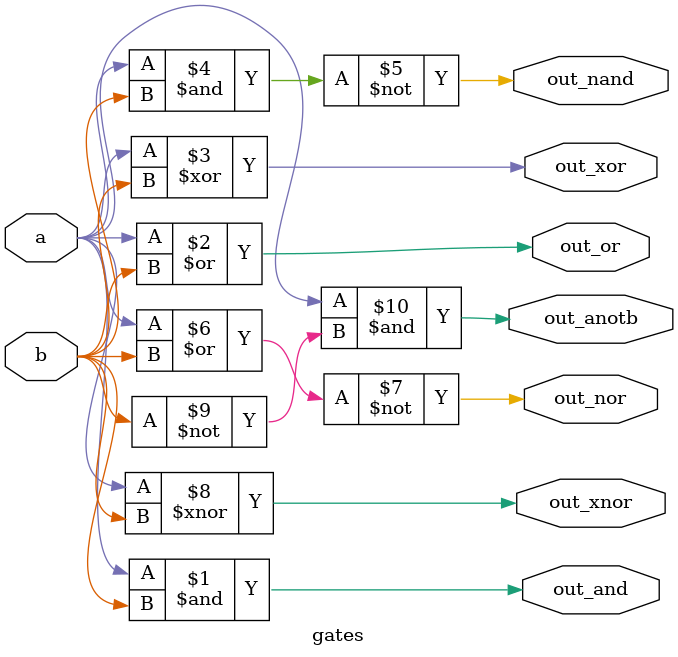
<source format=v>

module gates (
  input a,
  input b,
  output out_and,
  output out_or,
  output out_xor,
  output out_nand,
  output out_nor,
  output out_xnor,
  output out_anotb

);

  assign out_and = a&b;
  assign out_or = a|b;
  assign out_xor = a^b;
  assign out_nand = ~(a&b);
  assign out_nor = ~(a|b);
  assign out_xnor = a^~b;
  assign out_anotb = a & ~b;

endmodule




</source>
